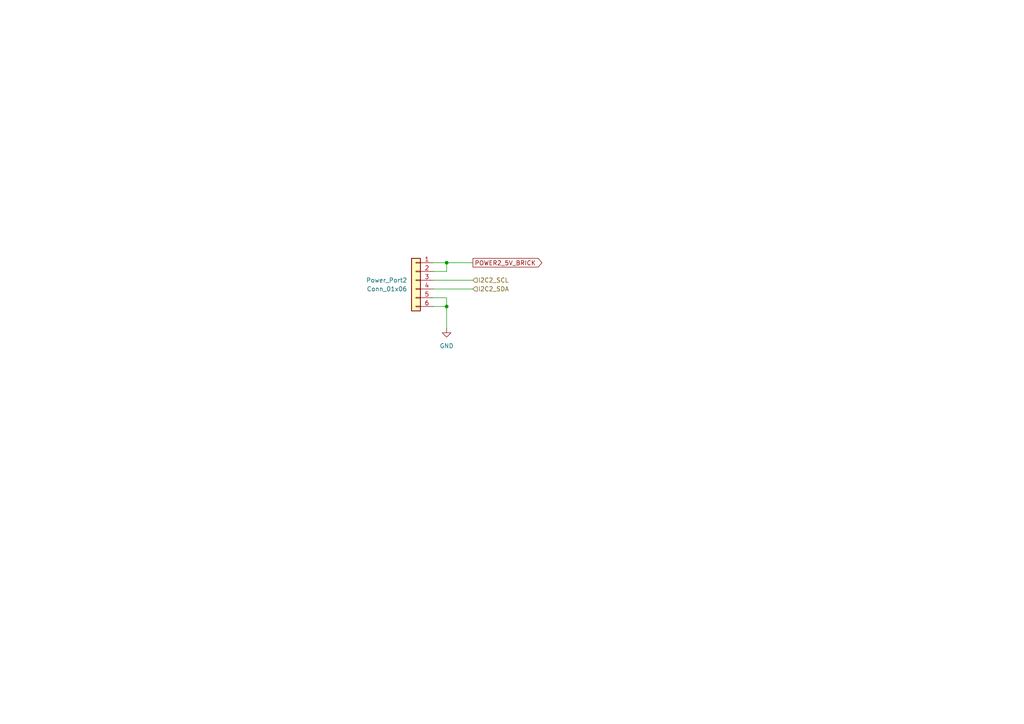
<source format=kicad_sch>
(kicad_sch (version 20231120) (generator "eeschema") (generator_version "8.0")
  (paper "A4")
  (lib_symbols
    (symbol "Connector_Generic:Conn_01x06" (pin_names (offset 1.016) hide)
      (property "Reference" "J" (at 0 7.62 0))
      (property "Value" "Conn_01x06" (at 0 -10.16 0))
      (symbol "Conn_01x06_1_1"
        (rectangle (start -1.27 -7.493) (end 0 -7.747) (stroke (width 0.1524)))
        (rectangle (start -1.27 -4.953) (end 0 -5.207) (stroke (width 0.1524)))
        (rectangle (start -1.27 -2.413) (end 0 -2.667) (stroke (width 0.1524)))
        (rectangle (start -1.27 0.127) (end 0 -0.127) (stroke (width 0.1524)))
        (rectangle (start -1.27 2.667) (end 0 2.413) (stroke (width 0.1524)))
        (rectangle (start -1.27 5.207) (end 0 4.953) (stroke (width 0.1524)))
        (rectangle (start -1.27 6.35) (end 1.27 -8.89) (stroke (width 0.254)) (fill (type background)))
        (pin passive line (at -5.08 5.08 0) (length 3.81) (name "Pin_1") (number "1"))
        (pin passive line (at -5.08 2.54 0) (length 3.81) (name "Pin_2") (number "2"))
        (pin passive line (at -5.08 0 0) (length 3.81) (name "Pin_3") (number "3"))
        (pin passive line (at -5.08 -2.54 0) (length 3.81) (name "Pin_4") (number "4"))
        (pin passive line (at -5.08 -5.08 0) (length 3.81) (name "Pin_5") (number "5"))
        (pin passive line (at -5.08 -7.62 0) (length 3.81) (name "Pin_6") (number "6"))
      )
    )
    (symbol "power:GND" (power) (pin_numbers hide) (pin_names (offset 0) hide)
      (property "Value" "GND" (at 0 -3.81 0))
      (symbol "GND_0_1"
        (polyline (pts (xy 0 0) (xy 0 -1.27) (xy 1.27 -1.27) (xy 0 -2.54) (xy -1.27 -1.27) (xy 0 -1.27)))
      )
      (symbol "GND_1_1"
        (pin power_in line (at 0 0 270) (length 0) (name "~") (number "1"))
      )
    )
  )
  (junction (at 129.54 76.2))
  (junction (at 129.54 88.9))
  (wire (pts (xy 129.54 76.2) (xy 137.16 76.2)))
  (wire (pts (xy 129.54 95.25) (xy 129.54 88.9)))
  (wire (pts (xy 129.54 88.9) (xy 129.54 86.36)))
  (wire (pts (xy 137.16 83.82) (xy 125.73 83.82)))
  (wire (pts (xy 129.54 88.9) (xy 125.73 88.9)))
  (wire (pts (xy 129.54 78.74) (xy 129.54 76.2)))
  (wire (pts (xy 137.16 81.28) (xy 125.73 81.28)))
  (wire (pts (xy 125.73 78.74) (xy 129.54 78.74)))
  (wire (pts (xy 125.73 76.2) (xy 129.54 76.2)))
  (wire (pts (xy 129.54 86.36) (xy 125.73 86.36)))
  (global_label "POWER2_5V_BRICK" (shape output) (at 137.16 76.2 0) (property "Intersheetrefs" "${INTERSHEET_REFS}" (effects (hide yes))))
  (hierarchical_label "I2C2_SDA" (shape input) (at 137.16 83.82 0))
  (hierarchical_label "I2C2_SCL" (shape input) (at 137.16 81.28 0))
  (symbol (lib_id "power:GND") (at 129.54 95.25 0) (mirror y) (unit 1)
    (property "Reference" "#PWR069" (effects (hide yes)))
    (property "Value" "GND" (at 129.54 100.33 0))
    (property "Description" "Power symbol creates a global label with name \"GND\" , ground" (effects (hide yes)))
  )
  (symbol (lib_id "Connector_Generic:Conn_01x06") (at 120.65 81.28 0) (mirror y) (unit 1)
    (property "Reference" "Power_Port2" (at 118.11 81.2799 0) (effects (justify left)))
    (property "Value" "Conn_01x06" (at 118.11 83.8199 0) (effects (justify left)))
    (property "Footprint" "Connector_JST:JST_GH_BM06B-GHS-TBT_1x06-1MP_P1.25mm_Vertical" (effects (hide yes)))
    (property "Description" "Generic connector, single row, 01x06, script generated (kicad-library-utils/schlib/autogen/connector/)" (effects (hide yes)))
  )
)
</source>
